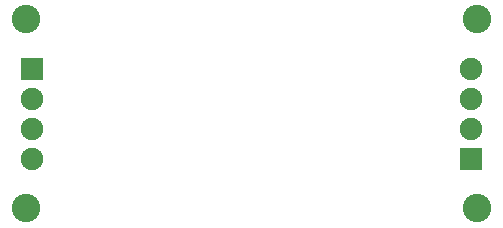
<source format=gbr>
%TF.GenerationSoftware,KiCad,Pcbnew,(5.1.6)-1*%
%TF.CreationDate,2020-09-30T17:33:36+08:00*%
%TF.ProjectId,Crenshaw,4372656e-7368-4617-972e-6b696361645f,rev?*%
%TF.SameCoordinates,Original*%
%TF.FileFunction,Soldermask,Bot*%
%TF.FilePolarity,Negative*%
%FSLAX46Y46*%
G04 Gerber Fmt 4.6, Leading zero omitted, Abs format (unit mm)*
G04 Created by KiCad (PCBNEW (5.1.6)-1) date 2020-09-30 17:33:36*
%MOMM*%
%LPD*%
G01*
G04 APERTURE LIST*
%ADD10O,1.904000X1.904000*%
%ADD11R,1.904000X1.904000*%
%ADD12C,2.404000*%
G04 APERTURE END LIST*
D10*
%TO.C,J2*%
X163400000Y-115060000D03*
X163400000Y-112520000D03*
X163400000Y-109980000D03*
D11*
X163400000Y-107440000D03*
%TD*%
D10*
%TO.C,J3*%
X200600000Y-107440000D03*
X200600000Y-109980000D03*
X200600000Y-112520000D03*
D11*
X200600000Y-115060000D03*
%TD*%
D12*
%TO.C,REF\u002A\u002A*%
X201100000Y-103249998D03*
%TD*%
%TO.C,REF\u002A\u002A*%
X162900001Y-119250001D03*
%TD*%
%TO.C,REF\u002A\u002A*%
X162900001Y-103249999D03*
%TD*%
%TO.C,REF\u002A\u002A*%
X201100000Y-119250002D03*
%TD*%
M02*

</source>
